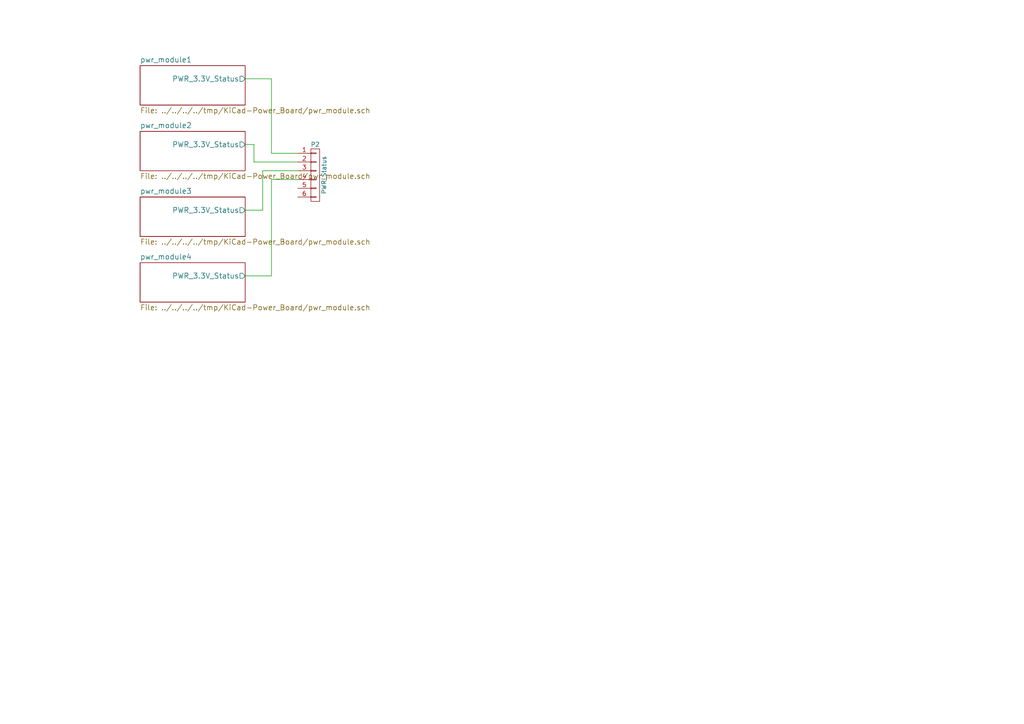
<source format=kicad_sch>
(kicad_sch (version 20230121) (generator eeschema)
  (paper "A4")
  (lib_symbols
    (symbol "KiCad-Power_Board-rescue:CONN_01X06" (pin_names (offset 1.016) hide)
      (property "Reference" "P" (at 0 8.89 0))
      (property "Value" "CONN_01X06" (at 2.54 0 90))
      (symbol "CONN_01X06_0_1"
        (rectangle (start -1.27 -6.223) (end 0.254 -6.477))
        (rectangle (start -1.27 -3.683) (end 0.254 -3.937))
        (rectangle (start -1.27 -1.143) (end 0.254 -1.397))
        (rectangle (start -1.27 1.397) (end 0.254 1.143))
        (rectangle (start -1.27 3.937) (end 0.254 3.683))
        (rectangle (start -1.27 6.477) (end 0.254 6.223))
        (rectangle (start -1.27 7.62) (end 1.27 -7.62))
      )
      (symbol "CONN_01X06_1_1"
        (pin passive line (at -5.08 6.35 0) (length 3.81) (name "P1") (number "1"))
        (pin passive line (at -5.08 3.81 0) (length 3.81) (name "P2") (number "2"))
        (pin passive line (at -5.08 1.27 0) (length 3.81) (name "P3") (number "3"))
        (pin passive line (at -5.08 -1.27 0) (length 3.81) (name "P4") (number "4"))
        (pin passive line (at -5.08 -3.81 0) (length 3.81) (name "P5") (number "5"))
        (pin passive line (at -5.08 -6.35 0) (length 3.81) (name "P6") (number "6"))
      )
    )
  )
  (wire (pts (xy 78.74 52.07) (xy 78.74 80.01)))
  (wire (pts (xy 76.2 49.53) (xy 76.2 60.96)))
  (wire (pts (xy 73.66 46.99) (xy 73.66 41.91)))
  (wire (pts (xy 73.66 41.91) (xy 71.12 41.91)))
  (wire (pts (xy 78.74 80.01) (xy 71.12 80.01)))
  (wire (pts (xy 76.2 60.96) (xy 71.12 60.96)))
  (wire (pts (xy 86.36 52.07) (xy 78.74 52.07)))
  (wire (pts (xy 86.36 49.53) (xy 76.2 49.53)))
  (wire (pts (xy 86.36 44.45) (xy 78.74 44.45)))
  (wire (pts (xy 78.74 22.86) (xy 71.12 22.86)))
  (wire (pts (xy 78.74 44.45) (xy 78.74 22.86)))
  (wire (pts (xy 86.36 46.99) (xy 73.66 46.99)))
  (symbol (lib_id "KiCad-Power_Board-rescue:CONN_01X06") (at 91.44 50.8 0) (unit 1)
    (property "Reference" "P2" (at 91.44 41.91 0))
    (property "Value" "PWR_Status" (at 93.98 50.8 90))
    (property "Footprint" "Pin_Headers:Pin_Header_Straight_1x06" (effects hide))
  )
  (sheet (at 40.64 38.1) (size 30.48 11.43)
    (property "Sheetname" "pwr_module2" (at 40.64 37.2614 0) (effects (font (size 1.524 1.524)) (justify left bottom)))
    (property "Sheetfile" "../../../../tmp/KiCad-Power_Board/pwr_module.sch" (at 40.64 50.2162 0) (effects (font (size 1.524 1.524)) (justify left top)))
    (pin "PWR_3.3V_Status" output (at 71.12 41.91 0) (effects (font (size 1.524 1.524))))
  )
  (sheet (at 40.64 19.05) (size 30.48 11.43)
    (property "Sheetname" "pwr_module1" (at 40.64 18.2114 0) (effects (font (size 1.524 1.524)) (justify left bottom)))
    (property "Sheetfile" "../../../../tmp/KiCad-Power_Board/pwr_module.sch" (at 40.64 31.1662 0) (effects (font (size 1.524 1.524)) (justify left top)))
    (pin "PWR_3.3V_Status" output (at 71.12 22.86 0) (effects (font (size 1.524 1.524))))
  )
  (sheet (at 40.64 76.2) (size 30.48 11.43)
    (property "Sheetname" "pwr_module4" (at 40.64 75.3614 0) (effects (font (size 1.524 1.524)) (justify left bottom)))
    (property "Sheetfile" "../../../../tmp/KiCad-Power_Board/pwr_module.sch" (at 40.64 88.3162 0) (effects (font (size 1.524 1.524)) (justify left top)))
    (pin "PWR_3.3V_Status" output (at 71.12 80.01 0) (effects (font (size 1.524 1.524))))
  )
  (sheet (at 40.64 57.15) (size 30.48 11.43)
    (property "Sheetname" "pwr_module3" (at 40.64 56.3114 0) (effects (font (size 1.524 1.524)) (justify left bottom)))
    (property "Sheetfile" "../../../../tmp/KiCad-Power_Board/pwr_module.sch" (at 40.64 69.2662 0) (effects (font (size 1.524 1.524)) (justify left top)))
    (pin "PWR_3.3V_Status" output (at 71.12 60.96 0) (effects (font (size 1.524 1.524))))
  )
)
</source>
